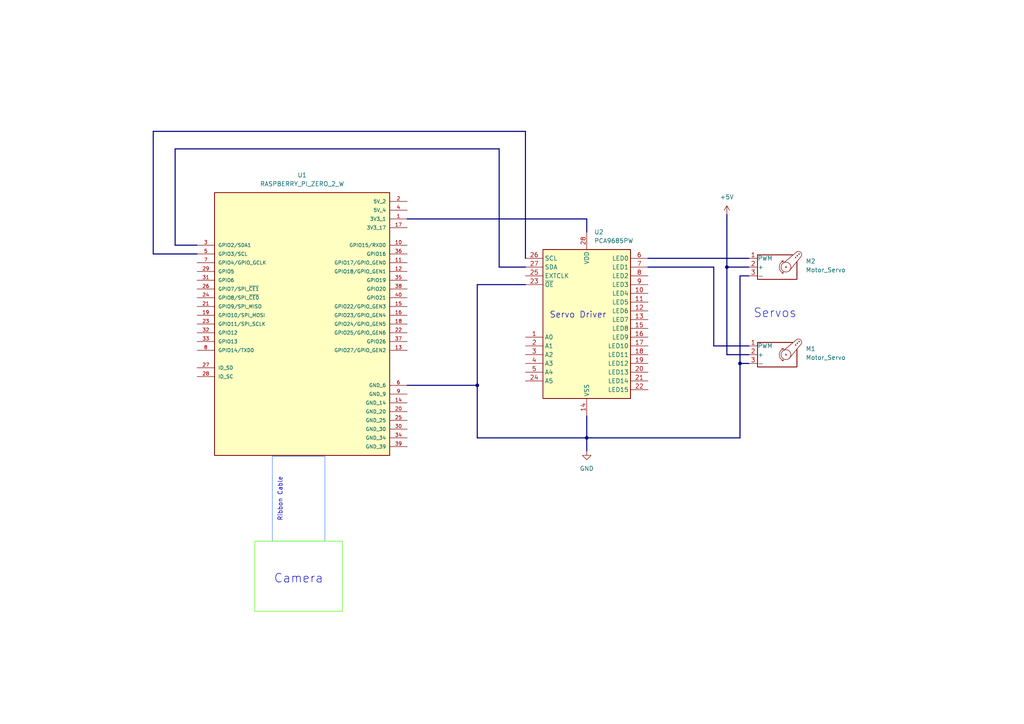
<source format=kicad_sch>
(kicad_sch (version 20250114) (generator "eeschema") (generator_version "9.0")
  (paper "A4")
  (title_block (title "Auto-Aiming Turret Wire Diagram") (date "2025-11-07"))
  (lib_symbols
    (symbol "Driver_LED:PCA9685PW"
      (property "Reference" "U" (at -12.7 22.225 0))
      (property "Value" "PCA9685PW" (at 1.27 22.225 0))
      (symbol "PCA9685PW_0_1"
        (rectangle (start -12.7 20.32) (end 12.7 -22.86) (stroke (width 0.254)) (fill (type background)))
      )
      (symbol "PCA9685PW_1_1"
        (pin input line (at -17.78 17.78 0) (length 5.08) (name "SCL") (number "26"))
        (pin bidirectional line (at -17.78 15.24 0) (length 5.08) (name "SDA") (number "27"))
        (pin input line (at -17.78 12.7 0) (length 5.08) (name "EXTCLK") (number "25"))
        (pin input line (at -17.78 10.16 0) (length 5.08) (name "~{OE}") (number "23"))
        (pin input line (at -17.78 -5.08 0) (length 5.08) (name "A0") (number "1"))
        (pin input line (at -17.78 -7.62 0) (length 5.08) (name "A1") (number "2"))
        (pin input line (at -17.78 -10.16 0) (length 5.08) (name "A2") (number "3"))
        (pin input line (at -17.78 -12.7 0) (length 5.08) (name "A3") (number "4"))
        (pin input line (at -17.78 -15.24 0) (length 5.08) (name "A4") (number "5"))
        (pin input line (at -17.78 -17.78 0) (length 5.08) (name "A5") (number "24"))
        (pin power_in line (at 0 25.4 270) (length 5.08) (name "VDD") (number "28"))
        (pin power_in line (at 0 -27.94 90) (length 5.08) (name "VSS") (number "14"))
        (pin output line (at 17.78 17.78 180) (length 5.08) (name "LED0") (number "6"))
        (pin output line (at 17.78 15.24 180) (length 5.08) (name "LED1") (number "7"))
        (pin output line (at 17.78 12.7 180) (length 5.08) (name "LED2") (number "8"))
        (pin output line (at 17.78 10.16 180) (length 5.08) (name "LED3") (number "9"))
        (pin output line (at 17.78 7.62 180) (length 5.08) (name "LED4") (number "10"))
        (pin output line (at 17.78 5.08 180) (length 5.08) (name "LED5") (number "11"))
        (pin output line (at 17.78 2.54 180) (length 5.08) (name "LED6") (number "12"))
        (pin output line (at 17.78 0 180) (length 5.08) (name "LED7") (number "13"))
        (pin output line (at 17.78 -2.54 180) (length 5.08) (name "LED8") (number "15"))
        (pin output line (at 17.78 -5.08 180) (length 5.08) (name "LED9") (number "16"))
        (pin output line (at 17.78 -7.62 180) (length 5.08) (name "LED10") (number "17"))
        (pin output line (at 17.78 -10.16 180) (length 5.08) (name "LED11") (number "18"))
        (pin output line (at 17.78 -12.7 180) (length 5.08) (name "LED12") (number "19"))
        (pin output line (at 17.78 -15.24 180) (length 5.08) (name "LED13") (number "20"))
        (pin output line (at 17.78 -17.78 180) (length 5.08) (name "LED14") (number "21"))
        (pin output line (at 17.78 -20.32 180) (length 5.08) (name "LED15") (number "22"))
      )
    )
    (symbol "Motor:Motor_Servo" (pin_names (offset 0.0254))
      (property "Reference" "M" (at -5.08 4.445 0))
      (property "Value" "Motor_Servo" (at -5.08 -4.064 0))
      (symbol "Motor_Servo_0_1"
        (polyline (pts (xy 2.413 1.778) (xy 1.905 1.778)))
        (polyline (pts (xy 2.413 1.778) (xy 2.286 1.397)))
        (polyline (pts (xy 2.413 -1.778) (xy 2.032 -1.778)))
        (polyline (pts (xy 2.413 -1.778) (xy 2.286 -1.397)))
        (arc (start 2.413 -1.778) (mid 1.2406 0) (end 2.413 1.778))
        (circle (center 3.175 0) (radius 0.1778))
        (circle (center 3.175 0) (radius 1.4224))
        (polyline (pts (xy 5.08 3.556) (xy -5.08 3.556) (xy -5.08 -3.556) (xy 6.35 -3.556) (xy 6.35 1.524)) (stroke (width 0.254)))
        (circle (center 5.969 2.794) (radius 0.127))
        (polyline (pts (xy 6.35 4.445) (xy 2.54 1.27)))
        (circle (center 6.477 3.302) (radius 0.127))
        (arc (start 6.35 4.445) (mid 7.4487 4.2737) (end 7.62 3.175))
        (circle (center 6.985 3.81) (radius 0.127))
        (polyline (pts (xy 7.62 3.175) (xy 4.191 -1.016)))
      )
      (symbol "Motor_Servo_1_1"
        (pin passive line (at -7.62 2.54 0) (length 2.54) (name "PWM") (number "1"))
        (pin passive line (at -7.62 0 0) (length 2.54) (name "+") (number "2"))
        (pin passive line (at -7.62 -2.54 0) (length 2.54) (name "-") (number "3"))
      )
    )
    (symbol "RASPBERRY_PI_ZERO_2_W:RASPBERRY_PI_ZERO_2_W" (pin_names (offset 1.016))
      (property "Reference" "U" (at -25.42 39.3962 0))
      (property "Value" "RASPBERRY_PI_ZERO_2_W" (at -25.4191 -40.6687 0))
      (symbol "RASPBERRY_PI_ZERO_2_W_0_0"
        (rectangle (start -25.4 -38.1) (end 25.4 38.1) (stroke (width 0.254)) (fill (type background)))
        (pin bidirectional line (at -30.48 22.86 0) (length 5.08) (name "GPIO2/SDA1") (number "3"))
        (pin bidirectional line (at -30.48 20.32 0) (length 5.08) (name "GPIO3/SCL") (number "5"))
        (pin bidirectional line (at -30.48 17.78 0) (length 5.08) (name "GPIO4/GPIO_GCLK") (number "7"))
        (pin bidirectional line (at -30.48 15.24 0) (length 5.08) (name "GPIO5") (number "29"))
        (pin bidirectional line (at -30.48 12.7 0) (length 5.08) (name "GPIO6") (number "31"))
        (pin bidirectional line (at -30.48 10.16 0) (length 5.08) (name "GPIO7/SPI_~{CE1}") (number "26"))
        (pin bidirectional line (at -30.48 7.62 0) (length 5.08) (name "GPIO8/SPI_~{CE0}") (number "24"))
        (pin bidirectional line (at -30.48 5.08 0) (length 5.08) (name "GPIO9/SPI_MISO") (number "21"))
        (pin bidirectional line (at -30.48 2.54 0) (length 5.08) (name "GPIO10/SPI_MOSI") (number "19"))
        (pin bidirectional line (at -30.48 0 0) (length 5.08) (name "GPIO11/SPI_SCLK") (number "23"))
        (pin bidirectional line (at -30.48 -2.54 0) (length 5.08) (name "GPIO12") (number "32"))
        (pin bidirectional line (at -30.48 -5.08 0) (length 5.08) (name "GPIO13") (number "33"))
        (pin bidirectional line (at -30.48 -7.62 0) (length 5.08) (name "GPIO14/TXD0") (number "8"))
        (pin bidirectional line (at -30.48 -12.7 0) (length 5.08) (name "ID_SD") (number "27"))
        (pin bidirectional line (at -30.48 -15.24 0) (length 5.08) (name "ID_SC") (number "28"))
        (pin power_in line (at 30.48 35.56 180) (length 5.08) (name "5V_2") (number "2"))
        (pin power_in line (at 30.48 33.02 180) (length 5.08) (name "5V_4") (number "4"))
        (pin power_in line (at 30.48 30.48 180) (length 5.08) (name "3V3_1") (number "1"))
        (pin power_in line (at 30.48 27.94 180) (length 5.08) (name "3V3_17") (number "17"))
        (pin bidirectional line (at 30.48 22.86 180) (length 5.08) (name "GPIO15/RXD0") (number "10"))
        (pin bidirectional line (at 30.48 20.32 180) (length 5.08) (name "GPIO16") (number "36"))
        (pin bidirectional line (at 30.48 17.78 180) (length 5.08) (name "GPIO17/GPIO_GEN0") (number "11"))
        (pin bidirectional line (at 30.48 15.24 180) (length 5.08) (name "GPIO18/GPIO_GEN1") (number "12"))
        (pin bidirectional line (at 30.48 12.7 180) (length 5.08) (name "GPIO19") (number "35"))
        (pin bidirectional line (at 30.48 10.16 180) (length 5.08) (name "GPIO20") (number "38"))
        (pin bidirectional line (at 30.48 7.62 180) (length 5.08) (name "GPIO21") (number "40"))
        (pin bidirectional line (at 30.48 5.08 180) (length 5.08) (name "GPIO22/GPIO_GEN3") (number "15"))
        (pin bidirectional line (at 30.48 2.54 180) (length 5.08) (name "GPIO23/GPIO_GEN4") (number "16"))
        (pin bidirectional line (at 30.48 0 180) (length 5.08) (name "GPIO24/GPIO_GEN5") (number "18"))
        (pin bidirectional line (at 30.48 -2.54 180) (length 5.08) (name "GPIO25/GPIO_GEN6") (number "22"))
        (pin bidirectional line (at 30.48 -5.08 180) (length 5.08) (name "GPIO26") (number "37"))
        (pin bidirectional line (at 30.48 -7.62 180) (length 5.08) (name "GPIO27/GPIO_GEN2") (number "13"))
        (pin power_in line (at 30.48 -17.78 180) (length 5.08) (name "GND_6") (number "6"))
        (pin power_in line (at 30.48 -20.32 180) (length 5.08) (name "GND_9") (number "9"))
        (pin power_in line (at 30.48 -22.86 180) (length 5.08) (name "GND_14") (number "14"))
        (pin power_in line (at 30.48 -25.4 180) (length 5.08) (name "GND_20") (number "20"))
        (pin power_in line (at 30.48 -27.94 180) (length 5.08) (name "GND_25") (number "25"))
        (pin power_in line (at 30.48 -30.48 180) (length 5.08) (name "GND_30") (number "30"))
        (pin power_in line (at 30.48 -33.02 180) (length 5.08) (name "GND_34") (number "34"))
        (pin power_in line (at 30.48 -35.56 180) (length 5.08) (name "GND_39") (number "39"))
      )
    )
    (symbol "power:+5V" (power) (pin_numbers (hide yes)) (pin_names (offset 0) (hide yes))
      (property "Value" "+5V" (at 0 3.556 0))
      (symbol "+5V_0_1"
        (polyline (pts (xy -0.762 1.27) (xy 0 2.54)))
        (polyline (pts (xy 0 2.54) (xy 0.762 1.27)))
        (polyline (pts (xy 0 0) (xy 0 2.54)))
      )
      (symbol "+5V_1_1"
        (pin power_in line (at 0 0 90) (length 0) (name "~") (number "1"))
      )
    )
    (symbol "power:GND" (power) (pin_numbers (hide yes)) (pin_names (offset 0) (hide yes))
      (property "Value" "GND" (at 0 -3.81 0))
      (symbol "GND_0_1"
        (polyline (pts (xy 0 0) (xy 0 -1.27) (xy 1.27 -1.27) (xy 0 -2.54) (xy -1.27 -1.27) (xy 0 -1.27)))
      )
      (symbol "GND_1_1"
        (pin power_in line (at 0 0 270) (length 0) (name "~") (number "1"))
      )
    )
  )
  (rectangle (start 73.914 156.972) (end 99.314 177.292) (stroke (width 0) (color 75 255 0 1)))
  (rectangle (start 78.994 132.334) (end 94.234 156.972) (stroke (width 0) (color 80 132 255 1)))
  (text "Ribbon Cable" (at 81.28 144.78 90) (effects (font (size 1.27 1.27))))
  (text "Servos" (at 224.79 90.932 0) (effects (font (size 2.54 2.54))))
  (text "Servo Driver" (at 167.64 91.44 0) (effects (font (size 1.778 1.778))))
  (text "Camera\n" (at 86.614 167.894 0) (effects (font (size 2.54 2.54))))
  (junction (at 138.43 111.76))
  (junction (at 210.82 77.47))
  (junction (at 170.18 127))
  (junction (at 214.63 105.41))
  (bus (pts (xy 214.63 80.01) (xy 214.63 105.41)))
  (bus (pts (xy 187.96 77.47) (xy 207.01 77.47)))
  (bus (pts (xy 170.18 63.5) (xy 170.18 67.31)))
  (bus (pts (xy 214.63 105.41) (xy 217.17 105.41)))
  (bus (pts (xy 118.11 111.76) (xy 138.43 111.76)))
  (bus (pts (xy 207.01 100.33) (xy 207.01 77.47)))
  (bus (pts (xy 152.4 74.93) (xy 152.4 38.1)))
  (bus (pts (xy 187.96 74.93) (xy 217.17 74.93)))
  (bus (pts (xy 210.82 62.23) (xy 210.82 77.47)))
  (bus (pts (xy 170.18 120.65) (xy 170.18 127)))
  (bus (pts (xy 170.18 127) (xy 138.43 127)))
  (bus (pts (xy 57.15 71.12) (xy 50.8 71.12)))
  (bus (pts (xy 138.43 82.55) (xy 138.43 111.76)))
  (bus (pts (xy 144.78 77.47) (xy 152.4 77.47)))
  (bus (pts (xy 152.4 38.1) (xy 44.45 38.1)))
  (bus (pts (xy 152.4 82.55) (xy 138.43 82.55)))
  (bus (pts (xy 210.82 77.47) (xy 217.17 77.47)))
  (bus (pts (xy 44.45 73.66) (xy 57.15 73.66)))
  (bus (pts (xy 170.18 127) (xy 214.63 127)))
  (bus (pts (xy 217.17 100.33) (xy 207.01 100.33)))
  (bus (pts (xy 214.63 80.01) (xy 217.17 80.01)))
  (bus (pts (xy 214.63 105.41) (xy 214.63 127)))
  (bus (pts (xy 170.18 127) (xy 170.18 130.81)))
  (bus (pts (xy 118.11 63.5) (xy 170.18 63.5)))
  (bus (pts (xy 44.45 38.1) (xy 44.45 73.66)))
  (bus (pts (xy 144.78 43.18) (xy 144.78 77.47)))
  (bus (pts (xy 50.8 71.12) (xy 50.8 43.18)))
  (bus (pts (xy 138.43 127) (xy 138.43 111.76)))
  (bus (pts (xy 50.8 43.18) (xy 144.78 43.18)))
  (bus (pts (xy 210.82 102.87) (xy 217.17 102.87)))
  (bus (pts (xy 210.82 77.47) (xy 210.82 102.87)))
  (symbol (lib_id "Motor:Motor_Servo") (at 224.79 102.87 0) (unit 1)
    (property "Reference" "M1" (at 233.68 101.1668 0) (effects (justify left)))
    (property "Value" "Motor_Servo" (at 233.68 103.7068 0) (effects (justify left)))
    (property "Datasheet" "http://forums.parallax.com/uploads/attachments/46831/74481.png" (effects (hide yes)))
    (property "Description" "Servo Motor (Futaba, HiTec, JR connector)" (effects (hide yes)))
  )
  (symbol (lib_id "RASPBERRY_PI_ZERO_2_W:RASPBERRY_PI_ZERO_2_W") (at 87.63 93.98 0) (unit 1)
    (property "Reference" "U1" (at 87.63 50.8 0))
    (property "Value" "RASPBERRY_PI_ZERO_2_W" (at 87.63 53.34 0))
    (property "Footprint" "RASPBERRY_PI_ZERO_2_W:MODULE_RASPBERRY_PI_ZERO_2_W" (effects (hide yes)))
    (property "MF" "Raspberry Pi" (effects (hide yes)))
    (property "Description_1" "At the heart of Raspberry Pi Zero 2 W is RP3A0, a custom-built system-in-package designed by Raspberry Pi in the UK." (effects (hide yes)))
    (property "Package" "None" (effects (hide yes)))
    (property "Price" "None" (effects (hide yes)))
    (property "Check_prices" "https://www.snapeda.com/parts/RASPBERRY%20PI%20ZERO%202%20W/Raspberry+Pi/view-part/?ref=eda" (effects (hide yes)))
    (property "STANDARD" "Manufacturer Recommendations" (effects (hide yes)))
    (property "PARTREV" "April 2024" (effects (hide yes)))
    (property "SnapEDA_Link" "https://www.snapeda.com/parts/RASPBERRY%20PI%20ZERO%202%20W/Raspberry+Pi/view-part/?ref=snap" (effects (hide yes)))
    (property "MP" "RASPBERRY PI ZERO 2 W" (effects (hide yes)))
    (property "Availability" "In Stock" (effects (hide yes)))
    (property "MANUFACTURER" "Raspberry Pi" (effects (hide yes)))
  )
  (symbol (lib_id "Motor:Motor_Servo") (at 224.79 77.47 0) (unit 1)
    (property "Reference" "M2" (at 233.68 75.7668 0) (effects (justify left)))
    (property "Value" "Motor_Servo" (at 233.68 78.3068 0) (effects (justify left)))
    (property "Datasheet" "http://forums.parallax.com/uploads/attachments/46831/74481.png" (effects (hide yes)))
    (property "Description" "Servo Motor (Futaba, HiTec, JR connector)" (effects (hide yes)))
  )
  (symbol (lib_id "power:GND") (at 170.18 130.81 0) (unit 1)
    (property "Reference" "#PWR03" (effects (hide yes)))
    (property "Value" "GND" (at 170.18 135.89 0))
    (property "Description" "Power symbol creates a global label with name \"GND\" , ground" (effects (hide yes)))
  )
  (symbol (lib_id "Driver_LED:PCA9685PW") (at 170.18 92.71 0) (unit 1)
    (property "Reference" "U2" (at 172.3233 67.31 0) (effects (justify left)))
    (property "Value" "PCA9685PW" (at 172.3233 69.85 0) (effects (justify left)))
    (property "Footprint" "Package_SO:TSSOP-28_4.4x9.7mm_P0.65mm" (effects (hide yes)))
    (property "Datasheet" "http://www.nxp.com/docs/en/data-sheet/PCA9685.pdf" (effects (hide yes)))
    (property "Description" "16-channel 12-bit PWM Fm+ I2C-bus LED controller RGBA TSSOP" (effects (hide yes)))
  )
  (symbol (lib_id "power:+5V") (at 210.82 62.23 0) (unit 1)
    (property "Reference" "#PWR01" (effects (hide yes)))
    (property "Value" "+5V" (at 210.82 57.15 0))
    (property "Description" "Power symbol creates a global label with name \"+5V\"" (effects (hide yes)))
  )
)
</source>
